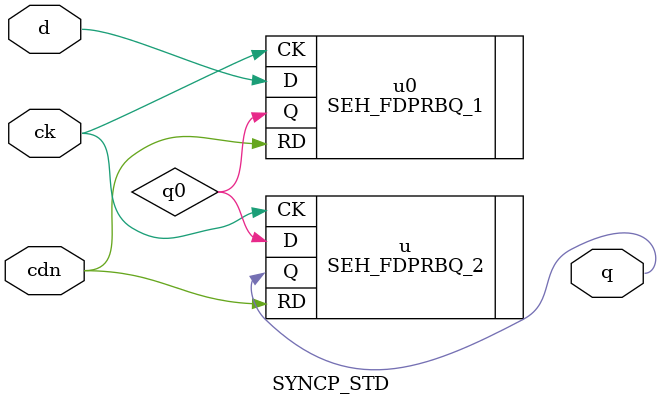
<source format=v>
`include "defines2.v"
`timescale 1 ns / 1 ps
module SYNCP_STD
  (
    output      q,        // second flop's output
    input       d,        // data input to first flop
    input       ck,       // rising-edge clock
    input       cdn       // active-low asynchronous reset
   );

`ifdef SYNTHESIS
   wire         q0;
   
   SEH_FDPRBQ_1 u0
     (.Q        (q0),
      .D        (d),
      .CK       (ck),
      .RD       (cdn)
      );
   
   SEH_FDPRBQ_2 u
     (.Q        (q),
      .D        (q0),
      .CK       (ck),
      .RD       (cdn)
      );

   // synopsys dc_script_begin
   // set_dont_touch u true
   // synopsys dc_script_end

`else // !`ifdef SYNTHESIS
   
   reg          q1, q0;
   
   always @(posedge ck or negedge cdn)
     if (~cdn) q0 <= 1'b0;
     else      q0 <= d;

   always @(posedge ck or negedge cdn)
     if (~cdn) q1 <= 1'b0;
     else      q1 <= q0;

   assign q = q1;
   
`endif
   
endmodule // SYNCP_STD

</source>
